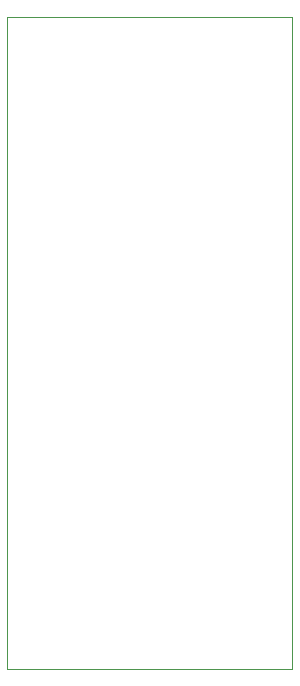
<source format=gbr>
%TF.GenerationSoftware,KiCad,Pcbnew,8.0.6*%
%TF.CreationDate,2025-05-20T21:52:47-05:00*%
%TF.ProjectId,HatRatV2,48617452-6174-4563-922e-6b696361645f,rev?*%
%TF.SameCoordinates,Original*%
%TF.FileFunction,Profile,NP*%
%FSLAX46Y46*%
G04 Gerber Fmt 4.6, Leading zero omitted, Abs format (unit mm)*
G04 Created by KiCad (PCBNEW 8.0.6) date 2025-05-20 21:52:47*
%MOMM*%
%LPD*%
G01*
G04 APERTURE LIST*
%TA.AperFunction,Profile*%
%ADD10C,0.050000*%
%TD*%
G04 APERTURE END LIST*
D10*
X198120000Y-29210000D02*
X222250000Y-29210000D01*
X222250000Y-84455000D01*
X198120000Y-84455000D01*
X198120000Y-29210000D01*
M02*

</source>
